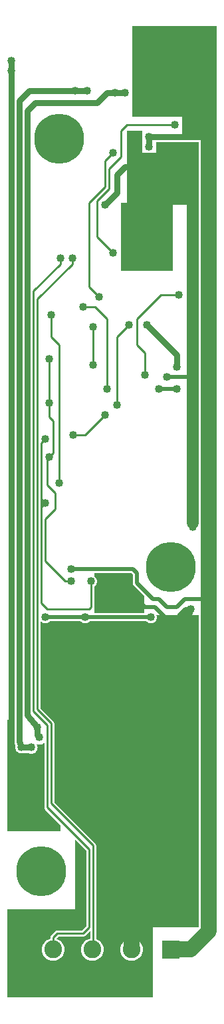
<source format=gbr>
G04 start of page 2 for group 0 idx 0 *
G04 Title: LED driver v. 0.1, back *
G04 Creator: pcb 1.99x *
G04 CreationDate: Sun Jun 28 04:20:52 2009 UTC *
G04 For: davidellsworth *
G04 Format: Gerber/RS-274X *
G04 PCB-Dimensions: 113000 493000 *
G04 PCB-Coordinate-Origin: lower left *
%MOIN*%
%FSLAX24Y24*%
%LNBACK*%
%ADD11C,0.0200*%
%ADD12C,0.0300*%
%ADD13C,0.0800*%
%ADD14C,0.0600*%
%ADD15C,0.0100*%
%ADD16C,0.0891*%
%ADD17C,0.0400*%
%ADD18C,0.2500*%
%ADD19C,0.0591*%
%ADD20C,0.0150*%
%ADD21C,0.1250*%
G54D11*X2200Y19400D02*X7500D01*
X7900Y30800D02*X8800D01*
G54D12*X7300Y34000D02*X8800Y32500D01*
Y31900D01*
G54D11*G36*
X300Y14275D02*X630D01*
Y13200D01*
X634Y13153D01*
X646Y13107D01*
X666Y13065D01*
X693Y13026D01*
X694Y13024D01*
X711Y12976D01*
X704Y12952D01*
X700Y12900D01*
X704Y12847D01*
X718Y12797D01*
X740Y12750D01*
X770Y12707D01*
X807Y12670D01*
X850Y12640D01*
X897Y12618D01*
X947Y12604D01*
X1000Y12600D01*
X1052Y12604D01*
X1072Y12610D01*
X1367D01*
X1390Y12599D01*
X1444Y12584D01*
X1500Y12580D01*
X1555Y12584D01*
X1609Y12599D01*
X1660Y12622D01*
X1705Y12654D01*
X1745Y12694D01*
X1777Y12740D01*
X1800Y12790D01*
X1815Y12844D01*
X1820Y12900D01*
X1815Y12955D01*
X1800Y13009D01*
X1777Y13060D01*
X1775Y13062D01*
X1776Y13061D01*
X1837Y13045D01*
X1900Y13040D01*
X1962Y13045D01*
X2023Y13061D01*
X2080Y13088D01*
X2131Y13124D01*
X2149Y13142D01*
Y9900D01*
X2150D01*
X2150Y9893D01*
Y9887D01*
X2151Y9880D01*
X2152Y9874D01*
X2154Y9867D01*
X2155Y9861D01*
X2157Y9855D01*
X2159Y9848D01*
X2161Y9842D01*
X2164Y9836D01*
X2167Y9831D01*
X2170Y9825D01*
X2173Y9819D01*
X2177Y9814D01*
X2181Y9808D01*
X2185Y9803D01*
X2189Y9799D01*
X2193Y9794D01*
X2975Y9012D01*
Y8700D01*
X300D01*
Y14275D01*
G37*
G36*
X1949Y14862D02*Y15400D01*
X2500D01*
Y14500D01*
X2312D01*
X1949Y14862D01*
G37*
G36*
Y19235D02*X1970Y19207D01*
X2007Y19170D01*
X2049Y19140D01*
X2097Y19118D01*
X2147Y19104D01*
X2200Y19099D01*
X2252Y19104D01*
X2302Y19118D01*
X2350Y19140D01*
X2392Y19170D01*
X2422Y19200D01*
X3977D01*
X4007Y19170D01*
X4049Y19140D01*
X4097Y19118D01*
X4147Y19104D01*
X4200Y19099D01*
X4252Y19104D01*
X4302Y19118D01*
X4350Y19140D01*
X4392Y19170D01*
X4422Y19200D01*
X7277D01*
X7307Y19170D01*
X7349Y19140D01*
X7397Y19118D01*
X7447Y19104D01*
X7500Y19099D01*
X7552Y19104D01*
X7602Y19118D01*
X7650Y19140D01*
X7692Y19170D01*
X7729Y19207D01*
X7759Y19249D01*
X7782Y19297D01*
X7795Y19347D01*
X7800Y19400D01*
X7795Y19452D01*
X7782Y19500D01*
X9900D01*
Y15200D01*
X1949D01*
Y19235D01*
G37*
G36*
X2650Y10162D02*Y14100D01*
X2649Y14106D01*
Y14113D01*
X2648Y14119D01*
X2647Y14126D01*
X2645Y14132D01*
X2644Y14138D01*
X2642Y14144D01*
X2641Y14151D01*
X2637Y14158D01*
X2635Y14163D01*
X2632Y14168D01*
X2629Y14175D01*
X2625Y14180D01*
X2622Y14186D01*
X2618Y14191D01*
X2614Y14196D01*
X2610Y14201D01*
X2606Y14206D01*
X2300Y14512D01*
Y15100D01*
X9500D01*
Y9200D01*
X3612D01*
X2650Y10162D01*
G37*
G36*
X4650Y21600D02*X6517D01*
X6600Y21517D01*
Y21100D01*
X6600Y21092D01*
Y21082D01*
X6602Y21073D01*
X6603Y21065D01*
X6605Y21056D01*
X6606Y21048D01*
X6609Y21039D01*
X6612Y21031D01*
X6615Y21024D01*
X6618Y21015D01*
X6623Y21007D01*
X6626Y21000D01*
X6631Y20993D01*
X6636Y20985D01*
X6642Y20978D01*
X6646Y20971D01*
X6652Y20965D01*
X6658Y20958D01*
X7150Y20467D01*
Y19600D01*
X4650D01*
Y20940D01*
X4650D01*
X4692Y20970D01*
X4729Y21007D01*
X4759Y21049D01*
X4782Y21097D01*
X4795Y21147D01*
X4800Y21200D01*
X4795Y21252D01*
X4782Y21302D01*
X4759Y21350D01*
X4729Y21392D01*
X4692Y21429D01*
X4650Y21459D01*
X4650D01*
Y21600D01*
G37*
G36*
X7900Y40000D02*Y43000D01*
X9900D01*
Y40000D01*
X7900D01*
G37*
G36*
X7750Y43150D02*X9900D01*
Y42550D01*
X7750D01*
Y43150D01*
G37*
G36*
X4400Y8412D02*Y8500D01*
X9899D01*
Y3907D01*
X9892Y3900D01*
X4750D01*
Y8000D01*
X4750D01*
X4749Y8007D01*
Y8013D01*
X4748Y8018D01*
X4747Y8026D01*
X4745Y8033D01*
X4744Y8038D01*
X4743Y8043D01*
X4741Y8051D01*
X4737Y8058D01*
X4735Y8063D01*
X4733Y8067D01*
X4730Y8075D01*
X4725Y8082D01*
X4722Y8086D01*
X4719Y8089D01*
X4715Y8096D01*
X4709Y8102D01*
X4706Y8106D01*
X4400Y8412D01*
G37*
G36*
X3700Y4500D02*Y8287D01*
X4249Y7738D01*
Y4500D01*
X3700D01*
G37*
G36*
X300Y400D02*Y4800D01*
X4249D01*
Y3962D01*
X4037Y3750D01*
X2800D01*
X2794Y3749D01*
X2786D01*
X2779Y3748D01*
X2774Y3747D01*
X2768Y3746D01*
X2761Y3744D01*
X2755Y3742D01*
X2748Y3741D01*
X2742Y3738D01*
X2736Y3736D01*
X2730Y3732D01*
X2725Y3729D01*
X2720Y3726D01*
X2713Y3722D01*
X2708Y3718D01*
X2703Y3714D01*
X2699Y3710D01*
X2693Y3706D01*
X2493Y3506D01*
X2494Y3506D01*
X2477Y3486D01*
X2464Y3463D01*
X2455Y3438D01*
X2450Y3413D01*
Y3386D01*
X2455Y3361D01*
X2460Y3347D01*
X2401Y3331D01*
X2311Y3289D01*
X2231Y3233D01*
X2161Y3163D01*
X2104Y3082D01*
X2063Y2993D01*
X2037Y2898D01*
X2029Y2800D01*
X2037Y2701D01*
X2063Y2606D01*
X2104Y2517D01*
X2161Y2436D01*
X2231Y2367D01*
X2311Y2310D01*
X2401Y2268D01*
X2496Y2243D01*
X2594Y2234D01*
X2692Y2243D01*
X2787Y2268D01*
X2877Y2310D01*
X2957Y2367D01*
X3027Y2436D01*
X3084Y2517D01*
X3125Y2606D01*
X3151Y2701D01*
X3159Y2800D01*
X3151Y2898D01*
X3125Y2993D01*
X3084Y3082D01*
X3027Y3163D01*
X2957Y3233D01*
X2877Y3289D01*
X2787Y3331D01*
X2752Y3340D01*
X2862Y3450D01*
X4100D01*
X4108Y3450D01*
X4113D01*
X4118Y3451D01*
X4126Y3452D01*
X4133Y3454D01*
X4138Y3455D01*
X4143Y3457D01*
X4151Y3459D01*
X4158Y3462D01*
X4163Y3464D01*
X4168Y3466D01*
X4175Y3470D01*
X4180Y3474D01*
X4186Y3477D01*
X4190Y3480D01*
X4196Y3485D01*
X4201Y3490D01*
X4206Y3494D01*
X4449Y3737D01*
Y3352D01*
X4369Y3331D01*
X4280Y3289D01*
X4199Y3233D01*
X4130Y3163D01*
X4073Y3082D01*
X4031Y2993D01*
X4006Y2898D01*
X3997Y2800D01*
X4006Y2701D01*
X4031Y2606D01*
X4073Y2517D01*
X4130Y2436D01*
X4199Y2367D01*
X4280Y2310D01*
X4369Y2268D01*
X4464Y2243D01*
X4563Y2234D01*
X4661Y2243D01*
X4756Y2268D01*
X4845Y2310D01*
X4926Y2367D01*
X4996Y2436D01*
X5052Y2517D01*
X5094Y2606D01*
X5119Y2701D01*
X5128Y2800D01*
X5119Y2898D01*
X5094Y2993D01*
X5052Y3082D01*
X4996Y3163D01*
X4926Y3233D01*
X4845Y3289D01*
X4756Y3331D01*
X4750Y3332D01*
Y4800D01*
X6531D01*
Y3365D01*
X6433Y3356D01*
X6338Y3331D01*
X6248Y3289D01*
X6168Y3233D01*
X6098Y3163D01*
X6041Y3082D01*
X6000Y2993D01*
X5974Y2898D01*
X5966Y2800D01*
X5974Y2701D01*
X6000Y2606D01*
X6041Y2517D01*
X6098Y2436D01*
X6168Y2366D01*
X6248Y2310D01*
X6338Y2268D01*
X6433Y2243D01*
X6531Y2234D01*
Y400D01*
X300D01*
G37*
G36*
X6531Y4800D02*X7600D01*
Y400D01*
X6531D01*
Y2234D01*
X6629Y2243D01*
X6724Y2268D01*
X6814Y2310D01*
X6894Y2366D01*
X6964Y2436D01*
X7021Y2517D01*
X7062Y2606D01*
X7088Y2701D01*
X7096Y2800D01*
X7088Y2898D01*
X7062Y2993D01*
X7021Y3082D01*
X6964Y3163D01*
X6894Y3233D01*
X6814Y3289D01*
X6724Y3331D01*
X6629Y3356D01*
X6531Y3365D01*
Y4800D01*
G37*
G36*
X4800Y3310D02*Y3900D01*
X7600D01*
Y2400D01*
X6928D01*
X6964Y2436D01*
X7021Y2517D01*
X7062Y2606D01*
X7088Y2701D01*
X7096Y2800D01*
X7088Y2898D01*
X7062Y2993D01*
X7021Y3082D01*
X6964Y3163D01*
X6894Y3233D01*
X6814Y3289D01*
X6724Y3331D01*
X6629Y3356D01*
X6531Y3365D01*
X6433Y3356D01*
X6338Y3331D01*
X6248Y3289D01*
X6168Y3233D01*
X6098Y3163D01*
X6041Y3082D01*
X6000Y2993D01*
X5974Y2898D01*
X5966Y2800D01*
X5974Y2701D01*
X6000Y2606D01*
X6041Y2517D01*
X6098Y2436D01*
X6135Y2400D01*
X4959D01*
X4996Y2436D01*
X5052Y2517D01*
X5094Y2606D01*
X5119Y2701D01*
X5128Y2800D01*
X5119Y2898D01*
X5094Y2993D01*
X5052Y3082D01*
X4996Y3163D01*
X4926Y3233D01*
X4845Y3289D01*
X4800Y3310D01*
G37*
G36*
X3300Y9512D02*Y9600D01*
X9900D01*
Y8200D01*
X4612D01*
X3300Y9512D01*
G37*
G36*
X6300Y40000D02*Y42500D01*
X8000D01*
Y40000D01*
X6300D01*
G37*
G36*
Y43700D02*X7050D01*
Y42350D01*
X6300D01*
Y43700D01*
G37*
G36*
X6950Y42600D02*X7950D01*
Y42350D01*
X6950D01*
Y42600D01*
G37*
G36*
X6000Y36700D02*Y40100D01*
X8600D01*
Y36700D01*
X6000D01*
G37*
G54D13*X9500Y5000D02*Y15500D01*
Y5000D02*X8800Y4300D01*
X7000D01*
X6900D02*X6531Y3931D01*
Y2800D01*
X9500Y15000D02*X2900D01*
G54D11*X9400Y31400D02*X8300D01*
G54D12*X6200Y41900D02*X9700Y41800D01*
G54D14*X9600D02*Y24100D01*
X5600Y16900D02*Y15300D01*
G54D12*X5200Y40000D02*X5800Y40600D01*
Y41500D01*
X6200Y41900D01*
G54D11*X7200Y19900D02*X6700Y20400D01*
G54D14*X9100Y15300D02*Y19400D01*
X9300Y19600D01*
G54D11*X8800Y19400D02*X8200D01*
X7700Y19900D01*
X7200D01*
G54D14*X2300Y15400D02*X2700Y15000D01*
X2300Y16700D02*Y15400D01*
G54D11*G36*
X6550Y48950D02*X10800D01*
Y44400D01*
X6550D01*
Y48950D01*
G37*
G36*
X9050Y44500D02*X10200D01*
Y43756D01*
X10149Y43733D01*
X10078Y43683D01*
X10016Y43621D01*
X9966Y43550D01*
X9943Y43500D01*
X9050D01*
Y44500D01*
G37*
G36*
X9800Y43400D02*Y44600D01*
X10800D01*
Y43597D01*
X10783Y43621D01*
X10721Y43683D01*
X10650Y43733D01*
X10571Y43769D01*
X10486Y43792D01*
X10400Y43800D01*
X10313Y43792D01*
X10229Y43769D01*
X10149Y43733D01*
X10078Y43683D01*
X10016Y43621D01*
X9966Y43550D01*
X9930Y43471D01*
X9911Y43400D01*
X9800D01*
G37*
G54D15*X7200Y31500D02*Y32600D01*
X5800Y30000D02*Y33400D01*
X6400Y34000D01*
X7200Y32600D02*X6800Y33000D01*
Y34300D01*
G54D12*X7400Y43400D02*X10100D01*
X7400D02*Y42900D01*
G54D15*X6300Y44000D02*X8700D01*
X6800Y34300D02*X8000Y35500D01*
X8900D01*
G54D12*X4800Y45100D02*X5300Y45600D01*
X6200D01*
X1700Y45100D02*X4800D01*
G54D15*X1800Y35300D02*X3550Y37050D01*
Y37350D01*
X1600Y35700D02*X2950Y37050D01*
Y37350D01*
X4400Y35900D02*Y40100D01*
X5200Y40900D02*X4400Y40100D01*
X5600Y37600D02*X4800Y38400D01*
Y40200D01*
X5400Y40800D01*
Y41800D01*
X5200Y42200D02*Y40900D01*
X5400Y41800D02*X6000Y42400D01*
X5600Y42600D02*X5200Y42200D01*
X6000Y42400D02*Y43700D01*
X6300Y44000D01*
G54D12*X1300Y14500D02*Y44700D01*
X900Y13200D02*Y45200D01*
G54D15*X2200Y28300D02*X2000Y28100D01*
G54D12*X1300Y44700D02*X1700Y45100D01*
G54D15*X2900Y26100D02*Y33000D01*
X2600Y27600D02*Y29200D01*
X2400Y29400D01*
Y32300D01*
X2500Y33400D02*Y34500D01*
X2900Y33000D02*X2500Y33400D01*
X3700Y28500D02*X3600Y28400D01*
X4200Y28500D02*X3700D01*
X5200Y29500D02*X4200Y28500D01*
X5300Y30800D02*Y34300D01*
X4600Y32000D02*Y33900D01*
X5300Y34300D02*X4700Y34900D01*
X4100D01*
X4900Y35400D02*X4400Y35900D01*
G54D12*X500Y12000D02*Y47200D01*
G54D15*X4400Y3900D02*Y7800D01*
X2500Y14100D02*Y10100D01*
X2600Y3400D02*Y2900D01*
X4400Y3900D02*X4100Y3600D01*
X2800D01*
X2600Y3400D01*
X2300Y14000D02*Y9900D01*
X4600Y8000D02*X2500Y10100D01*
X2300Y9900D02*X4400Y7800D01*
X4600Y3100D02*Y8000D01*
G54D13*X10400Y3700D02*X9500Y2800D01*
X8500D01*
X10400Y3700D02*Y43300D01*
G54D17*X10600Y44000D02*Y43100D01*
X10400Y44300D02*Y43300D01*
X10100Y44100D02*Y43500D01*
G54D11*X3500Y21800D02*X6600D01*
G54D12*X1300Y14500D02*X1800Y13900D01*
Y13500D02*X1900Y13400D01*
G54D15*X4500Y19900D02*Y21200D01*
X1600Y14700D02*Y35700D01*
X1800Y35300D02*Y14800D01*
G54D12*Y13900D02*Y13500D01*
G54D15*X3200Y21200D02*X2200Y22200D01*
Y25100D02*X2000Y24900D01*
Y28100D02*Y20100D01*
X2300Y19800D01*
X4400D01*
G54D11*X6600Y21800D02*X6800Y21600D01*
Y21100D01*
G54D15*X1800Y14800D02*X2500Y14100D01*
X1600Y14700D02*X2300Y14000D01*
G54D12*X1000Y12900D02*X900Y13200D01*
X1000Y12900D02*X1500D01*
G54D11*X8800Y19900D02*X9200Y20300D01*
X10200D01*
X8300Y19900D02*X8800D01*
X6800Y21100D02*X7600Y20300D01*
X7900D01*
X8300Y19900D01*
G54D15*X4400Y19800D02*X4500Y19900D01*
X3200Y21200D02*X3500D01*
X2200Y25100D02*X2000Y25300D01*
X2200Y22200D02*Y24300D01*
X2700Y24800D01*
Y25600D01*
X2300Y26000D01*
Y27300D01*
X2600Y27600D01*
G54D12*X900Y45200D02*X1400Y45700D01*
X4300D01*
G54D11*G36*
X8054Y3245D02*Y2354D01*
X8945D01*
Y3245D01*
X8054D01*
G37*
G54D16*X6531Y2800D03*
X4563D03*
X2594D03*
G54D17*X6700Y20400D03*
X9500Y19300D03*
Y19800D03*
X9000Y16400D03*
X7500Y19400D03*
X9000Y16900D03*
X5600D03*
Y16400D03*
X4200Y19400D03*
X2200Y16900D03*
Y16400D03*
Y19400D03*
X9600Y23900D03*
Y24400D03*
G54D18*X8500Y21900D03*
G54D17*X3500Y21800D03*
Y21200D03*
X4500D03*
X1800Y13900D03*
G54D18*X2000Y6700D03*
G54D17*X1500Y12900D03*
X1900Y13400D03*
X1000Y12900D03*
X500Y12500D03*
Y12000D03*
X9400Y5600D03*
Y6100D03*
G54D18*X2900Y43300D03*
G54D17*X3700Y45700D03*
X4300D03*
X500Y46700D03*
X10400D03*
X8700Y44000D03*
X7400Y43400D03*
Y42900D03*
X6200Y45600D03*
X5200Y40000D03*
X5600Y42600D03*
X5700Y45600D03*
X500Y47200D03*
X10400D03*
X9600Y42100D03*
Y41600D03*
X2200Y25100D03*
Y28300D03*
X2400Y27400D03*
X2900Y26100D03*
X2400Y30100D03*
X3600Y28500D03*
X8300Y31400D03*
X7900Y30800D03*
X5800Y30000D03*
X5300Y30800D03*
X5200Y29500D03*
X7200Y31500D03*
X6400Y34000D03*
X7300D03*
X8800Y30800D03*
Y31900D03*
X4600Y32000D03*
X2400Y32300D03*
X4600Y33900D03*
X2500Y34500D03*
X4900Y35400D03*
X4100Y34900D03*
X3550Y37350D03*
X2950D03*
X5600Y37600D03*
X8900Y35500D03*
G54D19*G54D20*G54D21*G54D20*G54D21*G54D20*G54D21*G54D20*M02*

</source>
